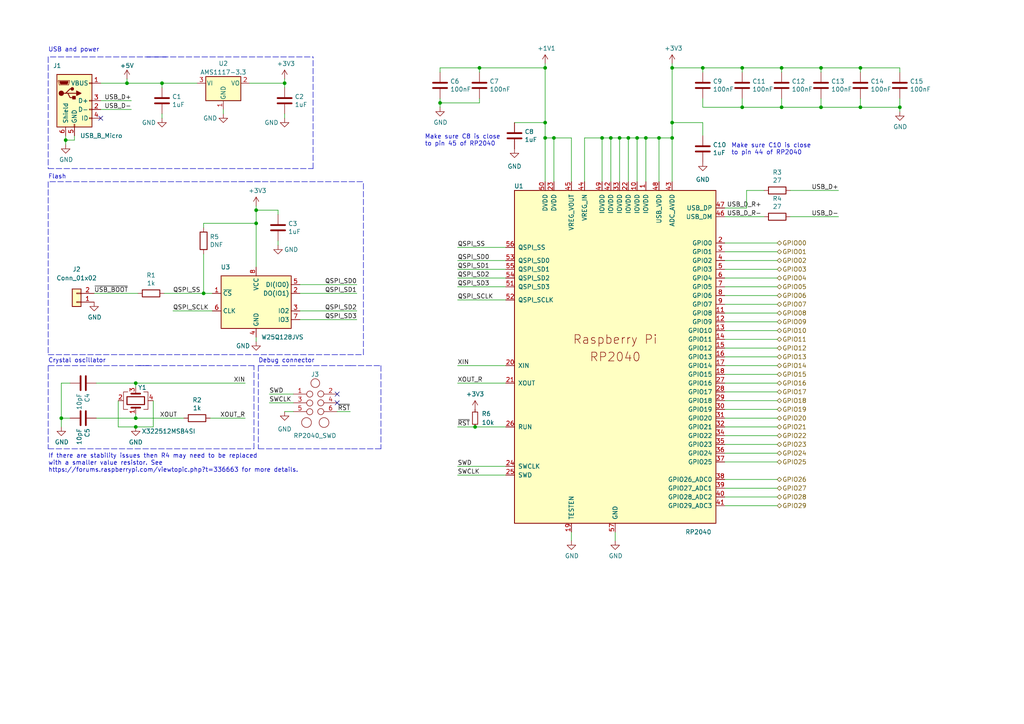
<source format=kicad_sch>
(kicad_sch (version 20211123) (generator eeschema)
  (paper "A4")
  (lib_symbols
    (symbol "Connector:USB_B_Micro" (pin_names (offset 1.016))
      (property "Reference" "J" (at -5.08 11.43 0))
      (property "Value" "USB_B_Micro" (at -5.08 8.89 0))
      (symbol "USB_B_Micro_0_1"
        (rectangle (start -5.08 -7.62) (end 5.08 7.62) (stroke (width 0.254)) (fill (type background)))
        (circle (center -3.81 2.159) (radius 0.635) (stroke (width 0.254)) (fill (type outline)))
        (circle (center -0.635 3.429) (radius 0.381) (stroke (width 0.254)) (fill (type outline)))
        (rectangle (start -0.127 -7.62) (end 0.127 -6.858))
        (polyline (pts (xy -1.905 2.159) (xy 0.635 2.159)) (stroke (width 0.254)))
        (polyline (pts (xy -3.175 2.159) (xy -2.54 2.159) (xy -1.27 3.429) (xy -0.635 3.429)) (stroke (width 0.254)))
        (polyline (pts (xy -2.54 2.159) (xy -1.905 2.159) (xy -1.27 0.889) (xy 0 0.889)) (stroke (width 0.254)))
        (polyline (pts (xy 0.635 2.794) (xy 0.635 1.524) (xy 1.905 2.159) (xy 0.635 2.794)) (stroke (width 0.254)) (fill (type outline)))
        (polyline (pts (xy -4.318 5.588) (xy -1.778 5.588) (xy -2.032 4.826) (xy -4.064 4.826) (xy -4.318 5.588)) (fill (type outline)))
        (polyline (pts (xy -4.699 5.842) (xy -4.699 5.588) (xy -4.445 4.826) (xy -4.445 4.572) (xy -1.651 4.572) (xy -1.651 4.826) (xy -1.397 5.588) (xy -1.397 5.842) (xy -4.699 5.842)))
        (rectangle (start 0.254 1.27) (end -0.508 0.508) (stroke (width 0.254)) (fill (type outline)))
        (rectangle (start 5.08 -5.207) (end 4.318 -4.953))
        (rectangle (start 5.08 -2.667) (end 4.318 -2.413))
        (rectangle (start 5.08 -0.127) (end 4.318 0.127))
        (rectangle (start 5.08 4.953) (end 4.318 5.207))
      )
      (symbol "USB_B_Micro_1_1"
        (pin power_out line (at 7.62 5.08 180) (length 2.54) (name "VBUS") (number "1"))
        (pin bidirectional line (at 7.62 -2.54 180) (length 2.54) (name "D-") (number "2"))
        (pin bidirectional line (at 7.62 0 180) (length 2.54) (name "D+") (number "3"))
        (pin passive line (at 7.62 -5.08 180) (length 2.54) (name "ID") (number "4"))
        (pin power_out line (at 0 -10.16 90) (length 2.54) (name "GND") (number "5"))
        (pin passive line (at -2.54 -10.16 90) (length 2.54) (name "Shield") (number "6"))
      )
    )
    (symbol "Connector_Generic:Conn_01x02" (pin_names (offset 1.016) hide)
      (property "Reference" "J" (at 0 2.54 0))
      (property "Value" "Conn_01x02" (at 0 -5.08 0))
      (symbol "Conn_01x02_1_1"
        (rectangle (start -1.27 -2.413) (end 0 -2.667) (stroke (width 0.1524)))
        (rectangle (start -1.27 0.127) (end 0 -0.127) (stroke (width 0.1524)))
        (rectangle (start -1.27 1.27) (end 1.27 -3.81) (stroke (width 0.254)) (fill (type background)))
        (pin passive line (at -5.08 0 0) (length 3.81) (name "Pin_1") (number "1"))
        (pin passive line (at -5.08 -2.54 0) (length 3.81) (name "Pin_2") (number "2"))
      )
    )
    (symbol "Custom_Symbols:RP2040" (pin_names (offset 1.016))
      (property "Reference" "U" (at -29.21 49.53 0))
      (property "Value" "RP2040" (at 24.13 -49.53 0))
      (symbol "RP2040_0_0"
        (text "Raspberry Pi" (at 0 5.08 0) (effects (font (size 2.54 2.54))))
        (text "RP2040" (at 0 0 0) (effects (font (size 2.54 2.54))))
      )
      (symbol "RP2040_0_1"
        (rectangle (start 29.21 48.26) (end -29.21 -48.26) (stroke (width 0.254)) (fill (type background)))
      )
      (symbol "RP2040_1_1"
        (pin power_in line (at 8.89 50.8 270) (length 2.54) (name "IOVDD") (number "1"))
        (pin power_in line (at 6.35 50.8 270) (length 2.54) (name "IOVDD") (number "10"))
        (pin bidirectional line (at 31.75 12.7 180) (length 2.54) (name "GPIO8") (number "11"))
        (pin bidirectional line (at 31.75 10.16 180) (length 2.54) (name "GPIO9") (number "12"))
        (pin bidirectional line (at 31.75 7.62 180) (length 2.54) (name "GPIO10") (number "13"))
        (pin bidirectional line (at 31.75 5.08 180) (length 2.54) (name "GPIO11") (number "14"))
        (pin bidirectional line (at 31.75 2.54 180) (length 2.54) (name "GPIO12") (number "15"))
        (pin bidirectional line (at 31.75 0 180) (length 2.54) (name "GPIO13") (number "16"))
        (pin bidirectional line (at 31.75 -2.54 180) (length 2.54) (name "GPIO14") (number "17"))
        (pin bidirectional line (at 31.75 -5.08 180) (length 2.54) (name "GPIO15") (number "18"))
        (pin passive line (at -12.7 -50.8 90) (length 2.54) (name "TESTEN") (number "19"))
        (pin bidirectional line (at 31.75 33.02 180) (length 2.54) (name "GPIO0") (number "2"))
        (pin input line (at -31.75 -2.54 0) (length 2.54) (name "XIN") (number "20"))
        (pin passive line (at -31.75 -7.62 0) (length 2.54) (name "XOUT") (number "21"))
        (pin power_in line (at 3.81 50.8 270) (length 2.54) (name "IOVDD") (number "22"))
        (pin power_in line (at -17.78 50.8 270) (length 2.54) (name "DVDD") (number "23"))
        (pin output line (at -31.75 -31.75 0) (length 2.54) (name "SWCLK") (number "24"))
        (pin bidirectional line (at -31.75 -34.29 0) (length 2.54) (name "SWD") (number "25"))
        (pin input line (at -31.75 -20.32 0) (length 2.54) (name "RUN") (number "26"))
        (pin bidirectional line (at 31.75 -7.62 180) (length 2.54) (name "GPIO16") (number "27"))
        (pin bidirectional line (at 31.75 -10.16 180) (length 2.54) (name "GPIO17") (number "28"))
        (pin bidirectional line (at 31.75 -12.7 180) (length 2.54) (name "GPIO18") (number "29"))
        (pin bidirectional line (at 31.75 30.48 180) (length 2.54) (name "GPIO1") (number "3"))
        (pin bidirectional line (at 31.75 -15.24 180) (length 2.54) (name "GPIO19") (number "30"))
        (pin bidirectional line (at 31.75 -17.78 180) (length 2.54) (name "GPIO20") (number "31"))
        (pin bidirectional line (at 31.75 -20.32 180) (length 2.54) (name "GPIO21") (number "32"))
        (pin power_in line (at 1.27 50.8 270) (length 2.54) (name "IOVDD") (number "33"))
        (pin bidirectional line (at 31.75 -22.86 180) (length 2.54) (name "GPIO22") (number "34"))
        (pin bidirectional line (at 31.75 -25.4 180) (length 2.54) (name "GPIO23") (number "35"))
        (pin bidirectional line (at 31.75 -27.94 180) (length 2.54) (name "GPIO24") (number "36"))
        (pin bidirectional line (at 31.75 -30.48 180) (length 2.54) (name "GPIO25") (number "37"))
        (pin bidirectional line (at 31.75 -35.56 180) (length 2.54) (name "GPIO26_ADC0") (number "38"))
        (pin bidirectional line (at 31.75 -38.1 180) (length 2.54) (name "GPIO27_ADC1") (number "39"))
        (pin bidirectional line (at 31.75 27.94 180) (length 2.54) (name "GPIO2") (number "4"))
        (pin bidirectional line (at 31.75 -40.64 180) (length 2.54) (name "GPIO28_ADC2") (number "40"))
        (pin bidirectional line (at 31.75 -43.18 180) (length 2.54) (name "GPIO29_ADC3") (number "41"))
        (pin power_in line (at -1.27 50.8 270) (length 2.54) (name "IOVDD") (number "42"))
        (pin power_in line (at 16.51 50.8 270) (length 2.54) (name "ADC_AVDD") (number "43"))
        (pin power_in line (at -8.89 50.8 270) (length 2.54) (name "VREG_IN") (number "44"))
        (pin power_out line (at -12.7 50.8 270) (length 2.54) (name "VREG_VOUT") (number "45"))
        (pin bidirectional line (at 31.75 40.64 180) (length 2.54) (name "USB_DM") (number "46"))
        (pin bidirectional line (at 31.75 43.18 180) (length 2.54) (name "USB_DP") (number "47"))
        (pin power_in line (at 12.7 50.8 270) (length 2.54) (name "USB_VDD") (number "48"))
        (pin power_in line (at -3.81 50.8 270) (length 2.54) (name "IOVDD") (number "49"))
        (pin bidirectional line (at 31.75 25.4 180) (length 2.54) (name "GPIO3") (number "5"))
        (pin power_in line (at -20.32 50.8 270) (length 2.54) (name "DVDD") (number "50"))
        (pin bidirectional line (at -31.75 20.32 0) (length 2.54) (name "QSPI_SD3") (number "51"))
        (pin output line (at -31.75 16.51 0) (length 2.54) (name "QSPI_SCLK") (number "52"))
        (pin bidirectional line (at -31.75 27.94 0) (length 2.54) (name "QSPI_SD0") (number "53"))
        (pin bidirectional line (at -31.75 22.86 0) (length 2.54) (name "QSPI_SD2") (number "54"))
        (pin bidirectional line (at -31.75 25.4 0) (length 2.54) (name "QSPI_SD1") (number "55"))
        (pin bidirectional line (at -31.75 31.75 0) (length 2.54) (name "QSPI_SS") (number "56"))
        (pin power_in line (at 0 -50.8 90) (length 2.54) (name "GND") (number "57"))
        (pin bidirectional line (at 31.75 22.86 180) (length 2.54) (name "GPIO4") (number "6"))
        (pin bidirectional line (at 31.75 20.32 180) (length 2.54) (name "GPIO5") (number "7"))
        (pin bidirectional line (at 31.75 17.78 180) (length 2.54) (name "GPIO6") (number "8"))
        (pin bidirectional line (at 31.75 15.24 180) (length 2.54) (name "GPIO7") (number "9"))
      )
    )
    (symbol "Custom_Symbols:TC2030-IDC-NL" (pin_names (offset 1.016) hide)
      (property "Reference" "J" (at 0 -8.89 0))
      (property "Value" "TC2030-IDC-NL" (at 0.635 -11.43 0))
      (symbol "TC2030-IDC-NL_0_1"
        (circle (center -2.54 -5.715) (radius 1.4224))
        (circle (center -1.6002 2.54) (radius 0.889))
        (circle (center 0 5.715) (radius 1.27))
      )
      (symbol "TC2030-IDC-NL_1_1"
        (circle (center -1.6002 -2.5908) (radius 0.889))
        (circle (center -1.6002 -0.0508) (radius 0.889))
        (circle (center 1.6002 -2.54) (radius 0.889))
        (circle (center 1.6002 0) (radius 0.889))
        (circle (center 1.6002 2.5908) (radius 0.889))
        (circle (center 2.54 -5.715) (radius 1.4224))
        (pin passive line (at -6.35 2.54 0) (length 3.81) (name "Pin_1") (number "1"))
        (pin passive line (at 6.35 2.54 180) (length 3.81) (name "Pin_2") (number "2"))
        (pin passive line (at -6.35 0 0) (length 3.81) (name "Pin_3") (number "3"))
        (pin passive line (at 6.35 0 180) (length 3.81) (name "Pin_4") (number "4"))
        (pin passive line (at -6.35 -2.54 0) (length 3.81) (name "Pin_5") (number "5"))
        (pin passive line (at 6.35 -2.54 180) (length 3.81) (name "Pin_6") (number "6"))
      )
    )
    (symbol "Device:C" (pin_numbers hide) (pin_names (offset 0.254))
      (property "Reference" "C" (at 0.635 2.54 0))
      (property "Value" "C" (at 0.635 -2.54 0))
      (symbol "C_0_1"
        (polyline (pts (xy -2.032 -0.762) (xy 2.032 -0.762)) (stroke (width 0.508)))
        (polyline (pts (xy -2.032 0.762) (xy 2.032 0.762)) (stroke (width 0.508)))
      )
      (symbol "C_1_1"
        (pin passive line (at 0 3.81 270) (length 2.794) (name "~") (number "1"))
        (pin passive line (at 0 -3.81 90) (length 2.794) (name "~") (number "2"))
      )
    )
    (symbol "Device:Crystal_GND24" (pin_names (offset 1.016) hide)
      (property "Reference" "Y" (at 3.175 5.08 0))
      (property "Value" "Crystal_GND24" (at 3.175 3.175 0))
      (symbol "Crystal_GND24_0_1"
        (rectangle (start -1.143 2.54) (end 1.143 -2.54) (stroke (width 0.3048)))
        (polyline (pts (xy -2.54 0) (xy -2.032 0)))
        (polyline (pts (xy -2.032 -1.27) (xy -2.032 1.27)) (stroke (width 0.508)))
        (polyline (pts (xy 0 -3.81) (xy 0 -3.556)))
        (polyline (pts (xy 0 3.556) (xy 0 3.81)))
        (polyline (pts (xy 2.032 -1.27) (xy 2.032 1.27)) (stroke (width 0.508)))
        (polyline (pts (xy 2.032 0) (xy 2.54 0)))
        (polyline (pts (xy -2.54 -2.286) (xy -2.54 -3.556) (xy 2.54 -3.556) (xy 2.54 -2.286)))
        (polyline (pts (xy -2.54 2.286) (xy -2.54 3.556) (xy 2.54 3.556) (xy 2.54 2.286)))
      )
      (symbol "Crystal_GND24_1_1"
        (pin passive line (at -3.81 0 0) (length 1.27) (name "1") (number "1"))
        (pin passive line (at 0 5.08 270) (length 1.27) (name "2") (number "2"))
        (pin passive line (at 3.81 0 180) (length 1.27) (name "3") (number "3"))
        (pin passive line (at 0 -5.08 90) (length 1.27) (name "4") (number "4"))
      )
    )
    (symbol "Device:R" (pin_numbers hide) (pin_names (offset 0))
      (property "Reference" "R" (at 2.032 0 90))
      (property "Value" "R" (at 0 0 90))
      (symbol "R_0_1"
        (rectangle (start -1.016 -2.54) (end 1.016 2.54) (stroke (width 0.254)))
      )
      (symbol "R_1_1"
        (pin passive line (at 0 3.81 270) (length 1.27) (name "~") (number "1"))
        (pin passive line (at 0 -3.81 90) (length 1.27) (name "~") (number "2"))
      )
    )
    (symbol "Device:R_Small" (pin_numbers hide) (pin_names (offset 0.254) hide)
      (property "Reference" "R" (at 0.762 0.508 0))
      (property "Value" "R_Small" (at 0.762 -1.016 0))
      (symbol "R_Small_0_1"
        (rectangle (start -0.762 1.778) (end 0.762 -1.778) (stroke (width 0.2032)))
      )
      (symbol "R_Small_1_1"
        (pin passive line (at 0 2.54 270) (length 0.762) (name "~") (number "1"))
        (pin passive line (at 0 -2.54 90) (length 0.762) (name "~") (number "2"))
      )
    )
    (symbol "Memory_Flash:W25Q128JVS"
      (property "Reference" "U" (at -8.89 8.89 0))
      (property "Value" "W25Q128JVS" (at 7.62 8.89 0))
      (symbol "W25Q128JVS_0_1"
        (rectangle (start -10.16 7.62) (end 10.16 -7.62) (stroke (width 0.254)) (fill (type background)))
      )
      (symbol "W25Q128JVS_1_1"
        (pin input line (at -12.7 2.54 0) (length 2.54) (name "~{CS}") (number "1"))
        (pin bidirectional line (at 12.7 2.54 180) (length 2.54) (name "DO(IO1)") (number "2"))
        (pin bidirectional line (at 12.7 -2.54 180) (length 2.54) (name "IO2") (number "3"))
        (pin power_in line (at 0 -10.16 90) (length 2.54) (name "GND") (number "4"))
        (pin bidirectional line (at 12.7 5.08 180) (length 2.54) (name "DI(IO0)") (number "5"))
        (pin input line (at -12.7 -2.54 0) (length 2.54) (name "CLK") (number "6"))
        (pin bidirectional line (at 12.7 -5.08 180) (length 2.54) (name "IO3") (number "7"))
        (pin power_in line (at 0 10.16 270) (length 2.54) (name "VCC") (number "8"))
      )
    )
    (symbol "Regulator_Linear:AMS1117-3.3" (pin_names (offset 0.254))
      (property "Reference" "U" (at -3.81 3.175 0))
      (property "Value" "AMS1117-3.3" (at 0 3.175 0))
      (symbol "AMS1117-3.3_0_1"
        (rectangle (start -5.08 -5.08) (end 5.08 1.905) (stroke (width 0.254)) (fill (type background)))
      )
      (symbol "AMS1117-3.3_1_1"
        (pin power_in line (at 0 -7.62 90) (length 2.54) (name "GND") (number "1"))
        (pin power_out line (at 7.62 0 180) (length 2.54) (name "VO") (number "2"))
        (pin power_in line (at -7.62 0 0) (length 2.54) (name "VI") (number "3"))
      )
    )
    (symbol "power:+1V1" (power) (pin_names (offset 0))
      (property "Value" "+1V1" (at 0 3.556 0))
      (symbol "+1V1_0_1"
        (polyline (pts (xy -0.762 1.27) (xy 0 2.54)))
        (polyline (pts (xy 0 0) (xy 0 2.54)))
        (polyline (pts (xy 0 2.54) (xy 0.762 1.27)))
      )
      (symbol "+1V1_1_1"
        (pin power_in line (at 0 0 90) (length 0) hide (name "+1V1") (number "1"))
      )
    )
    (symbol "power:+3V3" (power) (pin_names (offset 0))
      (property "Value" "+3V3" (at 0 3.556 0))
      (symbol "+3V3_0_1"
        (polyline (pts (xy -0.762 1.27) (xy 0 2.54)))
        (polyline (pts (xy 0 0) (xy 0 2.54)))
        (polyline (pts (xy 0 2.54) (xy 0.762 1.27)))
      )
      (symbol "+3V3_1_1"
        (pin power_in line (at 0 0 90) (length 0) hide (name "+3V3") (number "1"))
      )
    )
    (symbol "power:+5V" (power) (pin_names (offset 0))
      (property "Value" "+5V" (at 0 3.556 0))
      (symbol "+5V_0_1"
        (polyline (pts (xy -0.762 1.27) (xy 0 2.54)))
        (polyline (pts (xy 0 0) (xy 0 2.54)))
        (polyline (pts (xy 0 2.54) (xy 0.762 1.27)))
      )
      (symbol "+5V_1_1"
        (pin power_in line (at 0 0 90) (length 0) hide (name "+5V") (number "1"))
      )
    )
    (symbol "power:GND" (power) (pin_names (offset 0))
      (property "Value" "GND" (at 0 -3.81 0))
      (symbol "GND_0_1"
        (polyline (pts (xy 0 0) (xy 0 -1.27) (xy 1.27 -1.27) (xy 0 -2.54) (xy -1.27 -1.27) (xy 0 -1.27)))
      )
      (symbol "GND_1_1"
        (pin power_in line (at 0 0 270) (length 0) hide (name "GND") (number "1"))
      )
    )
  )
  (junction (at 226.695 31.115))
  (junction (at 39.37 111.125))
  (junction (at 158.115 35.56))
  (junction (at 238.125 19.685))
  (junction (at 174.625 40.005))
  (junction (at 249.555 31.115))
  (junction (at 46.99 24.13))
  (junction (at 39.37 121.285))
  (junction (at 260.985 31.115))
  (junction (at 203.835 19.685))
  (junction (at 59.055 85.09))
  (junction (at 127.635 29.845))
  (junction (at 158.115 40.005))
  (junction (at 19.05 40.64))
  (junction (at 160.655 40.005))
  (junction (at 74.295 64.77))
  (junction (at 238.125 31.115))
  (junction (at 82.55 24.13))
  (junction (at 249.555 19.685))
  (junction (at 215.265 19.685))
  (junction (at 194.945 19.685))
  (junction (at 39.37 123.825))
  (junction (at 158.115 19.685))
  (junction (at 177.165 40.005))
  (junction (at 182.245 40.005))
  (junction (at 184.785 40.005))
  (junction (at 226.695 19.685))
  (junction (at 215.265 31.115))
  (junction (at 36.83 24.13))
  (junction (at 74.295 60.96))
  (junction (at 187.325 40.005))
  (junction (at 17.78 121.285))
  (junction (at 191.135 40.005))
  (junction (at 139.065 19.685))
  (junction (at 194.945 35.56))
  (junction (at 137.795 123.825))
  (junction (at 179.705 40.005))
  (junction (at 194.945 40.005))
  (no_connect (at 97.79 114.3))
  (no_connect (at 97.79 116.84))
  (no_connect (at 29.21 34.29))
  (wire (pts (xy 139.065 20.955) (xy 139.065 19.685)))
  (wire (pts (xy 210.185 103.505) (xy 225.425 103.505)))
  (wire (pts (xy 132.715 135.255) (xy 146.685 135.255)))
  (wire (pts (xy 216.535 55.245) (xy 221.615 55.245)))
  (wire (pts (xy 86.995 92.71) (xy 103.505 92.71)))
  (wire (pts (xy 36.83 22.86) (xy 36.83 24.13)))
  (wire (pts (xy 127.635 29.845) (xy 127.635 31.115)))
  (wire (pts (xy 260.985 31.115) (xy 260.985 32.385)))
  (wire (pts (xy 139.065 29.845) (xy 139.065 28.575)))
  (wire (pts (xy 229.235 62.865) (xy 243.205 62.865)))
  (wire (pts (xy 210.185 116.205) (xy 225.425 116.205)))
  (wire (pts (xy 249.555 19.685) (xy 260.985 19.685)))
  (wire (pts (xy 127.635 28.575) (xy 127.635 29.845)))
  (wire (pts (xy 226.695 19.685) (xy 238.125 19.685)))
  (wire (pts (xy 165.735 52.705) (xy 165.735 40.005)))
  (wire (pts (xy 82.55 25.4) (xy 82.55 24.13)))
  (polyline (pts (xy 73.66 130.175) (xy 73.66 106.045)))
  (wire (pts (xy 260.985 28.575) (xy 260.985 31.115)))
  (wire (pts (xy 203.835 28.575) (xy 203.835 31.115)))
  (wire (pts (xy 203.835 31.115) (xy 215.265 31.115)))
  (wire (pts (xy 179.705 40.005) (xy 182.245 40.005)))
  (wire (pts (xy 184.785 40.005) (xy 187.325 40.005)))
  (wire (pts (xy 139.065 19.685) (xy 158.115 19.685)))
  (polyline (pts (xy 42.545 16.51) (xy 90.805 16.51)))
  (wire (pts (xy 82.55 33.02) (xy 82.55 34.29)))
  (polyline (pts (xy 40.005 106.045) (xy 73.66 106.045)))
  (wire (pts (xy 74.295 59.69) (xy 74.295 60.96)))
  (wire (pts (xy 132.715 106.045) (xy 146.685 106.045)))
  (wire (pts (xy 169.545 40.005) (xy 174.625 40.005)))
  (wire (pts (xy 57.15 24.13) (xy 46.99 24.13)))
  (wire (pts (xy 169.545 52.705) (xy 169.545 40.005)))
  (wire (pts (xy 44.45 123.825) (xy 39.37 123.825)))
  (wire (pts (xy 210.185 144.145) (xy 225.425 144.145)))
  (wire (pts (xy 149.225 35.56) (xy 158.115 35.56)))
  (wire (pts (xy 74.295 64.77) (xy 74.295 77.47)))
  (wire (pts (xy 39.37 121.285) (xy 53.34 121.285)))
  (wire (pts (xy 238.125 28.575) (xy 238.125 31.115)))
  (wire (pts (xy 182.245 52.705) (xy 182.245 40.005)))
  (wire (pts (xy 191.135 52.705) (xy 191.135 40.005)))
  (wire (pts (xy 215.265 28.575) (xy 215.265 31.115)))
  (wire (pts (xy 238.125 19.685) (xy 249.555 19.685)))
  (polyline (pts (xy 13.97 106.045) (xy 13.97 130.175)))
  (polyline (pts (xy 74.93 106.045) (xy 101.6 106.045)))
  (wire (pts (xy 226.695 20.955) (xy 226.695 19.685)))
  (wire (pts (xy 39.37 112.395) (xy 39.37 111.125)))
  (wire (pts (xy 127.635 20.955) (xy 127.635 19.685)))
  (wire (pts (xy 20.32 121.285) (xy 17.78 121.285)))
  (wire (pts (xy 210.185 85.725) (xy 225.425 85.725)))
  (wire (pts (xy 210.185 98.425) (xy 225.425 98.425)))
  (wire (pts (xy 82.55 119.38) (xy 85.09 119.38)))
  (wire (pts (xy 132.715 80.645) (xy 146.685 80.645)))
  (wire (pts (xy 19.05 39.37) (xy 19.05 40.64)))
  (wire (pts (xy 203.835 20.955) (xy 203.835 19.685)))
  (wire (pts (xy 132.715 75.565) (xy 146.685 75.565)))
  (wire (pts (xy 72.39 24.13) (xy 82.55 24.13)))
  (wire (pts (xy 210.185 118.745) (xy 225.425 118.745)))
  (polyline (pts (xy 90.805 48.895) (xy 90.805 16.51)))
  (wire (pts (xy 158.115 35.56) (xy 158.115 40.005)))
  (polyline (pts (xy 74.93 106.045) (xy 74.93 130.175)))
  (wire (pts (xy 137.795 123.825) (xy 146.685 123.825)))
  (wire (pts (xy 210.185 80.645) (xy 225.425 80.645)))
  (wire (pts (xy 203.835 19.685) (xy 215.265 19.685)))
  (wire (pts (xy 50.165 90.17) (xy 61.595 90.17)))
  (wire (pts (xy 34.29 123.825) (xy 39.37 123.825)))
  (polyline (pts (xy 110.49 106.045) (xy 110.49 130.175)))
  (wire (pts (xy 249.555 31.115) (xy 260.985 31.115)))
  (wire (pts (xy 178.435 154.305) (xy 178.435 156.845)))
  (wire (pts (xy 132.715 123.825) (xy 137.795 123.825)))
  (wire (pts (xy 29.21 29.21) (xy 38.1 29.21)))
  (polyline (pts (xy 75.565 52.705) (xy 13.97 52.705)))
  (wire (pts (xy 194.945 35.56) (xy 194.945 40.005)))
  (wire (pts (xy 177.165 40.005) (xy 179.705 40.005)))
  (wire (pts (xy 132.715 137.795) (xy 146.685 137.795)))
  (wire (pts (xy 260.985 20.955) (xy 260.985 19.685)))
  (polyline (pts (xy 13.97 130.175) (xy 73.66 130.175)))
  (wire (pts (xy 127.635 19.685) (xy 139.065 19.685)))
  (wire (pts (xy 210.185 123.825) (xy 225.425 123.825)))
  (wire (pts (xy 210.185 100.965) (xy 225.425 100.965)))
  (wire (pts (xy 39.37 111.125) (xy 71.12 111.125)))
  (wire (pts (xy 46.99 33.02) (xy 46.99 34.29)))
  (wire (pts (xy 210.185 141.605) (xy 225.425 141.605)))
  (wire (pts (xy 194.945 40.005) (xy 194.945 52.705)))
  (wire (pts (xy 34.29 116.205) (xy 34.29 123.825)))
  (wire (pts (xy 80.645 60.96) (xy 74.295 60.96)))
  (wire (pts (xy 160.655 40.005) (xy 158.115 40.005)))
  (wire (pts (xy 78.105 116.84) (xy 85.09 116.84)))
  (wire (pts (xy 210.185 73.025) (xy 225.425 73.025)))
  (wire (pts (xy 132.715 83.185) (xy 146.685 83.185)))
  (wire (pts (xy 249.555 20.955) (xy 249.555 19.685)))
  (wire (pts (xy 179.705 52.705) (xy 179.705 40.005)))
  (wire (pts (xy 210.185 108.585) (xy 225.425 108.585)))
  (wire (pts (xy 215.265 20.955) (xy 215.265 19.685)))
  (wire (pts (xy 182.245 40.005) (xy 184.785 40.005)))
  (polyline (pts (xy 13.97 48.895) (xy 90.805 48.895)))
  (wire (pts (xy 210.185 111.125) (xy 225.425 111.125)))
  (polyline (pts (xy 43.18 106.045) (xy 13.97 106.045)))
  (wire (pts (xy 187.325 40.005) (xy 191.135 40.005)))
  (wire (pts (xy 27.94 111.125) (xy 39.37 111.125)))
  (wire (pts (xy 210.185 60.325) (xy 216.535 60.325)))
  (wire (pts (xy 21.59 40.64) (xy 19.05 40.64)))
  (wire (pts (xy 215.265 19.685) (xy 226.695 19.685)))
  (wire (pts (xy 165.735 154.305) (xy 165.735 156.845)))
  (wire (pts (xy 210.185 113.665) (xy 225.425 113.665)))
  (wire (pts (xy 210.185 146.685) (xy 225.425 146.685)))
  (wire (pts (xy 39.37 120.015) (xy 39.37 121.285)))
  (wire (pts (xy 226.695 31.115) (xy 215.265 31.115)))
  (wire (pts (xy 216.535 55.245) (xy 216.535 60.325)))
  (polyline (pts (xy 48.26 16.51) (xy 13.97 16.51)))
  (wire (pts (xy 194.945 35.56) (xy 203.835 35.56)))
  (wire (pts (xy 21.59 39.37) (xy 21.59 40.64)))
  (wire (pts (xy 160.655 52.705) (xy 160.655 40.005)))
  (wire (pts (xy 194.945 19.685) (xy 194.945 35.56)))
  (wire (pts (xy 40.005 85.09) (xy 27.305 85.09)))
  (wire (pts (xy 210.185 93.345) (xy 225.425 93.345)))
  (wire (pts (xy 80.645 69.85) (xy 80.645 71.12)))
  (wire (pts (xy 226.695 28.575) (xy 226.695 31.115)))
  (wire (pts (xy 59.055 85.09) (xy 61.595 85.09)))
  (wire (pts (xy 210.185 128.905) (xy 225.425 128.905)))
  (wire (pts (xy 17.78 111.125) (xy 17.78 121.285)))
  (wire (pts (xy 64.77 31.75) (xy 64.77 33.02)))
  (wire (pts (xy 210.185 131.445) (xy 225.425 131.445)))
  (wire (pts (xy 184.785 52.705) (xy 184.785 40.005)))
  (wire (pts (xy 210.185 70.485) (xy 225.425 70.485)))
  (wire (pts (xy 210.185 78.105) (xy 225.425 78.105)))
  (wire (pts (xy 165.735 40.005) (xy 160.655 40.005)))
  (wire (pts (xy 59.055 73.66) (xy 59.055 85.09)))
  (polyline (pts (xy 105.41 102.87) (xy 105.41 52.705)))
  (wire (pts (xy 132.715 78.105) (xy 146.685 78.105)))
  (wire (pts (xy 20.32 111.125) (xy 17.78 111.125)))
  (wire (pts (xy 29.21 31.75) (xy 38.1 31.75)))
  (wire (pts (xy 29.21 24.13) (xy 36.83 24.13)))
  (wire (pts (xy 97.79 119.38) (xy 101.6 119.38)))
  (wire (pts (xy 86.995 82.55) (xy 103.505 82.55)))
  (wire (pts (xy 127.635 29.845) (xy 139.065 29.845)))
  (wire (pts (xy 47.625 85.09) (xy 59.055 85.09)))
  (wire (pts (xy 19.05 40.64) (xy 19.05 41.91)))
  (wire (pts (xy 44.45 116.205) (xy 44.45 123.825)))
  (wire (pts (xy 59.055 66.04) (xy 59.055 64.77)))
  (wire (pts (xy 191.135 40.005) (xy 194.945 40.005)))
  (wire (pts (xy 210.185 90.805) (xy 225.425 90.805)))
  (polyline (pts (xy 69.215 52.705) (xy 105.41 52.705)))
  (wire (pts (xy 78.105 114.3) (xy 85.09 114.3)))
  (polyline (pts (xy 13.97 52.705) (xy 13.97 102.87)))
  (wire (pts (xy 146.685 86.995) (xy 132.715 86.995)))
  (wire (pts (xy 210.185 62.865) (xy 221.615 62.865)))
  (wire (pts (xy 86.995 85.09) (xy 103.505 85.09)))
  (wire (pts (xy 210.185 83.185) (xy 225.425 83.185)))
  (wire (pts (xy 194.945 19.685) (xy 203.835 19.685)))
  (wire (pts (xy 210.185 75.565) (xy 225.425 75.565)))
  (wire (pts (xy 249.555 31.115) (xy 238.125 31.115)))
  (polyline (pts (xy 13.97 102.87) (xy 105.41 102.87)))
  (wire (pts (xy 80.645 62.23) (xy 80.645 60.96)))
  (wire (pts (xy 174.625 40.005) (xy 177.165 40.005)))
  (wire (pts (xy 59.055 64.77) (xy 74.295 64.77)))
  (polyline (pts (xy 13.97 16.51) (xy 13.97 48.895)))
  (wire (pts (xy 17.78 121.285) (xy 17.78 123.825)))
  (wire (pts (xy 74.295 60.96) (xy 74.295 64.77)))
  (wire (pts (xy 210.185 139.065) (xy 225.425 139.065)))
  (wire (pts (xy 187.325 40.005) (xy 187.325 52.705)))
  (wire (pts (xy 82.55 24.13) (xy 82.55 22.86)))
  (wire (pts (xy 210.185 126.365) (xy 225.425 126.365)))
  (wire (pts (xy 210.185 106.045) (xy 225.425 106.045)))
  (wire (pts (xy 60.96 121.285) (xy 71.12 121.285)))
  (wire (pts (xy 36.83 24.13) (xy 46.99 24.13)))
  (wire (pts (xy 158.115 18.415) (xy 158.115 19.685)))
  (wire (pts (xy 203.835 35.56) (xy 203.835 39.37)))
  (wire (pts (xy 229.235 55.245) (xy 243.205 55.245)))
  (wire (pts (xy 146.685 71.755) (xy 132.715 71.755)))
  (wire (pts (xy 27.94 121.285) (xy 39.37 121.285)))
  (wire (pts (xy 210.185 95.885) (xy 225.425 95.885)))
  (wire (pts (xy 210.185 133.985) (xy 225.425 133.985)))
  (polyline (pts (xy 101.6 106.045) (xy 110.49 106.045)))
  (wire (pts (xy 249.555 28.575) (xy 249.555 31.115)))
  (wire (pts (xy 74.295 97.79) (xy 74.295 99.06)))
  (wire (pts (xy 177.165 52.705) (xy 177.165 40.005)))
  (wire (pts (xy 210.185 121.285) (xy 225.425 121.285)))
  (polyline (pts (xy 74.93 130.175) (xy 101.6 130.175)))
  (wire (pts (xy 158.115 40.005) (xy 158.115 52.705)))
  (wire (pts (xy 238.125 31.115) (xy 226.695 31.115)))
  (wire (pts (xy 86.995 90.17) (xy 103.505 90.17)))
  (wire (pts (xy 194.945 18.415) (xy 194.945 19.685)))
  (wire (pts (xy 158.115 19.685) (xy 158.115 35.56)))
  (polyline (pts (xy 110.49 130.175) (xy 101.6 130.175)))
  (wire (pts (xy 210.185 88.265) (xy 225.425 88.265)))
  (wire (pts (xy 146.685 111.125) (xy 132.715 111.125)))
  (wire (pts (xy 238.125 20.955) (xy 238.125 19.685)))
  (wire (pts (xy 174.625 52.705) (xy 174.625 40.005)))
  (wire (pts (xy 46.99 25.4) (xy 46.99 24.13)))
  (text "Make sure C8 is close\nto pin 45 of RP2040" (at 123.19 42.545 0) (effects (font (size 1.27 1.27)) (justify left bottom)))
  (text "USB and power" (at 13.97 15.24 0) (effects (font (size 1.27 1.27)) (justify left bottom)))
  (text "Make sure C10 is close\nto pin 44 of RP2040" (at 212.09 45.085 0) (effects (font (size 1.27 1.27)) (justify left bottom)))
  (text "Debug connector" (at 74.93 105.41 0) (effects (font (size 1.27 1.27)) (justify left bottom)))
  (text "If there are stability issues then R4 may need to be replaced\nwith a smaller value resistor. See \nhttps://forums.raspberrypi.com/viewtopic.php?t=336663 for more details." (at 13.97 137.16 0) (effects (font (size 1.27 1.27)) (justify left bottom)))
  (text "Flash" (at 13.97 52.07 0) (effects (font (size 1.27 1.27)) (justify left bottom)))
  (text "Crystal oscillator" (at 13.97 105.41 0) (effects (font (size 1.27 1.27)) (justify left bottom)))
  (label "XOUT_R" (at 132.715 111.125 0))
  (label "QSPI_SD1" (at 132.715 78.105 0))
  (label "SWCLK" (at 78.105 116.84 0))
  (label "XOUT" (at 46.355 121.285 0))
  (label "USB_D-" (at 243.205 62.865 180))
  (label "QSPI_SCLK" (at 132.715 86.995 0))
  (label "QSPI_SD0" (at 103.505 82.55 180))
  (label "XIN" (at 132.715 106.045 0))
  (label "QSPI_SD2" (at 103.505 90.17 180))
  (label "SWD" (at 132.715 135.255 0))
  (label "QSPI_SD0" (at 132.715 75.565 0))
  (label "QSPI_SD3" (at 103.505 92.71 180))
  (label "QSPI_SD3" (at 132.715 83.185 0))
  (label "SWD" (at 78.105 114.3 0))
  (label "QSPI_SD1" (at 103.505 85.09 180))
  (label "USB_D_R-" (at 210.82 62.865 0))
  (label "QSPI_SS" (at 132.715 71.755 0))
  (label "~{RST}" (at 101.6 119.38 180))
  (label "QSPI_SCLK" (at 50.165 90.17 0))
  (label "USB_D+" (at 38.1 29.21 180))
  (label "SWCLK" (at 132.715 137.795 0))
  (label "QSPI_SS" (at 50.165 85.09 0))
  (label "QSPI_SD2" (at 132.715 80.645 0))
  (label "USB_D_R+" (at 210.82 60.325 0))
  (label "~{USB_BOOT}" (at 27.305 85.09 0))
  (label "~{RST}" (at 132.715 123.825 0))
  (label "XOUT_R" (at 71.12 121.285 180))
  (label "XIN" (at 71.12 111.125 180))
  (label "USB_D+" (at 243.205 55.245 180))
  (label "USB_D-" (at 38.1 31.75 180))
  (hierarchical_label "GPIO26" (shape bidirectional) (at 225.425 139.065 0))
  (hierarchical_label "GPIO00" (shape bidirectional) (at 225.425 70.485 0))
  (hierarchical_label "GPIO25" (shape bidirectional) (at 225.425 133.985 0))
  (hierarchical_label "GPIO09" (shape bidirectional) (at 225.425 93.345 0))
  (hierarchical_label "GPIO01" (shape bidirectional) (at 225.425 73.025 0))
  (hierarchical_label "GPIO02" (shape bidirectional) (at 225.425 75.565 0))
  (hierarchical_label "GPIO17" (shape bidirectional) (at 225.425 113.665 0))
  (hierarchical_label "GPIO24" (shape bidirectional) (at 225.425 131.445 0))
  (hierarchical_label "GPIO27" (shape bidirectional) (at 225.425 141.605 0))
  (hierarchical_label "GPIO29" (shape bidirectional) (at 225.425 146.685 0))
  (hierarchical_label "GPIO06" (shape bidirectional) (at 225.425 85.725 0))
  (hierarchical_label "GPIO23" (shape bidirectional) (at 225.425 128.905 0))
  (hierarchical_label "GPIO04" (shape bidirectional) (at 225.425 80.645 0))
  (hierarchical_label "GPIO11" (shape bidirectional) (at 225.425 98.425 0))
  (hierarchical_label "GPIO13" (shape bidirectional) (at 225.425 103.505 0))
  (hierarchical_label "GPIO21" (shape bidirectional) (at 225.425 123.825 0))
  (hierarchical_label "GPIO08" (shape bidirectional) (at 225.425 90.805 0))
  (hierarchical_label "GPIO28" (shape bidirectional) (at 225.425 144.145 0))
  (hierarchical_label "GPIO22" (shape bidirectional) (at 225.425 126.365 0))
  (hierarchical_label "GPIO10" (shape bidirectional) (at 225.425 95.885 0))
  (hierarchical_label "GPIO19" (shape bidirectional) (at 225.425 118.745 0))
  (hierarchical_label "GPIO20" (shape bidirectional) (at 225.425 121.285 0))
  (hierarchical_label "GPIO07" (shape bidirectional) (at 225.425 88.265 0))
  (hierarchical_label "GPIO16" (shape bidirectional) (at 225.425 111.125 0))
  (hierarchical_label "GPIO05" (shape bidirectional) (at 225.425 83.185 0))
  (hierarchical_label "GPIO03" (shape bidirectional) (at 225.425 78.105 0))
  (hierarchical_label "GPIO15" (shape bidirectional) (at 225.425 108.585 0))
  (hierarchical_label "GPIO12" (shape bidirectional) (at 225.425 100.965 0))
  (hierarchical_label "GPIO18" (shape bidirectional) (at 225.425 116.205 0))
  (hierarchical_label "GPIO14" (shape bidirectional) (at 225.425 106.045 0))
  (symbol (lib_id "power:+5V") (at 36.83 22.86 0) (unit 1)
    (property "Reference" "#PWR0113" (effects hide))
    (property "Value" "+5V" (at 36.83 19.05 0))
  )
  (symbol (lib_id "power:GND") (at 64.77 33.02 0) (unit 1)
    (property "Reference" "#PWR0110" (effects hide))
    (property "Value" "GND" (at 60.96 34.29 0))
  )
  (symbol (lib_id "power:+1V1") (at 158.115 18.415 0) (unit 1)
    (property "Reference" "#PWR037" (effects hide))
    (property "Value" "+1V1" (at 158.496 14.0208 0))
  )
  (symbol (lib_id "power:GND") (at 178.435 156.845 0) (unit 1)
    (property "Reference" "#PWR039" (effects hide))
    (property "Value" "GND" (at 178.562 161.2392 0))
  )
  (symbol (lib_id "Connector:USB_B_Micro") (at 21.59 29.21 0) (unit 1)
    (property "Reference" "J1" (at 17.78 19.05 0) (effects (justify right)))
    (property "Value" "USB_B_Micro" (at 35.56 39.37 0) (effects (justify right)))
    (property "Footprint" "Custom_Footprints:USB_B_Mini_Amphenol_UE25BE5510H" (effects hide))
  )
  (symbol (lib_id "Device:C") (at 203.835 43.18 0) (unit 1)
    (property "Reference" "C10" (at 206.756 42.0116 0) (effects (justify left)))
    (property "Value" "1uF" (at 206.756 44.323 0) (effects (justify left)))
    (property "Footprint" "Custom_Footprints:Perfect_0402" (effects hide))
    (property "MPN - JLCPCB" "C52923" (effects hide))
  )
  (symbol (lib_id "Device:Crystal_GND24") (at 39.37 116.205 90) (unit 1)
    (property "Reference" "Y1" (at 41.275 112.395 90))
    (property "Value" "X322512MSB4SI" (at 48.895 125.095 90))
    (property "Footprint" "Crystal:Crystal_SMD_3225-4Pin_3.2x2.5mm" (effects hide))
    (property "MPN - JLCPCB" "C9002" (effects hide))
  )
  (symbol (lib_id "Custom_Symbols:TC2030-IDC-NL") (at 91.44 116.84 0) (unit 1)
    (property "Reference" "J3" (at 90.17 108.585 0) (effects (justify left)))
    (property "Value" "RP2040_SWD" (at 85.09 126.365 0) (effects (justify left)))
    (property "Footprint" "Connector:Tag-Connect_TC2030-IDC-NL_2x03_P1.27mm_Vertical" (effects hide))
    (property "Datasheet" "https://www.tag-connect.com/wp-content/uploads/bsk-pdf-manager/2019/12/TC2030-IDC-NL-Datasheet-Rev-B.pdf" (effects hide))
  )
  (symbol (lib_id "Custom_Symbols:RP2040") (at 178.435 103.505 0) (unit 1)
    (property "Reference" "U1" (at 150.495 53.975 0))
    (property "Value" "RP2040" (at 202.565 154.305 0))
    (property "Footprint" "Custom_Footprints:QFN56P40_700X700X90L40X18T310N" (effects hide))
    (property "Datasheet" "https://datasheets.raspberrypi.com/rp2040/rp2040-datasheet.pdf" (effects hide))
    (property "MPN - JLCPCB" "C2040" (effects hide))
  )
  (symbol (lib_id "power:+3V3") (at 137.795 118.745 0) (unit 1)
    (property "Reference" "#PWR02" (effects hide))
    (property "Value" "+3V3" (at 137.795 114.3 0))
  )
  (symbol (lib_id "Device:R") (at 43.815 85.09 270) (unit 1)
    (property "Reference" "R1" (at 43.815 79.8322 90))
    (property "Value" "1k" (at 43.815 82.1436 90))
    (property "Footprint" "Custom_Footprints:Perfect_0402" (effects hide))
    (property "MPN - JLCPCB" "C11702" (effects hide))
  )
  (symbol (lib_id "Device:C") (at 46.99 29.21 0) (unit 1)
    (property "Reference" "C1" (at 49.911 28.0416 0) (effects (justify left)))
    (property "Value" "1uF" (at 49.911 30.353 0) (effects (justify left)))
    (property "Footprint" "Custom_Footprints:Perfect_0402" (effects hide))
    (property "MPN - JLCPCB" "C52923" (effects hide))
  )
  (symbol (lib_id "power:GND") (at 19.05 41.91 0) (unit 1)
    (property "Reference" "#PWR0111" (effects hide))
    (property "Value" "GND" (at 19.177 46.3042 0))
  )
  (symbol (lib_id "power:GND") (at 39.37 123.825 0) (unit 1)
    (property "Reference" "#PWR05" (effects hide))
    (property "Value" "GND" (at 39.37 128.27 0))
  )
  (symbol (lib_id "Device:C") (at 215.265 24.765 0) (unit 1)
    (property "Reference" "C11" (at 218.186 23.5966 0) (effects (justify left)))
    (property "Value" "100nF" (at 218.186 25.908 0) (effects (justify left)))
    (property "Footprint" "Custom_Footprints:Perfect_0402" (effects hide))
    (property "MPN - JLCPCB" "C1525" (effects hide))
  )
  (symbol (lib_id "Device:C") (at 203.835 24.765 0) (unit 1)
    (property "Reference" "C9" (at 206.756 23.5966 0) (effects (justify left)))
    (property "Value" "100nF" (at 206.756 25.908 0) (effects (justify left)))
    (property "Footprint" "Custom_Footprints:Perfect_0402" (effects hide))
    (property "MPN - JLCPCB" "C1525" (effects hide))
  )
  (symbol (lib_id "Device:C") (at 127.635 24.765 0) (unit 1)
    (property "Reference" "C6" (at 130.556 23.5966 0) (effects (justify left)))
    (property "Value" "100nF" (at 130.556 25.908 0) (effects (justify left)))
    (property "Footprint" "Custom_Footprints:Perfect_0402" (effects hide))
    (property "MPN - JLCPCB" "C1525" (effects hide))
  )
  (symbol (lib_id "power:GND") (at 203.835 46.99 0) (unit 1)
    (property "Reference" "#PWR0101" (effects hide))
    (property "Value" "GND" (at 203.835 52.07 0))
  )
  (symbol (lib_id "Device:C") (at 249.555 24.765 0) (unit 1)
    (property "Reference" "C14" (at 252.476 23.5966 0) (effects (justify left)))
    (property "Value" "100nF" (at 252.476 25.908 0) (effects (justify left)))
    (property "Footprint" "Custom_Footprints:Perfect_0402" (effects hide))
    (property "MPN - JLCPCB" "C1525" (effects hide))
  )
  (symbol (lib_id "power:GND") (at 260.985 32.385 0) (unit 1)
    (property "Reference" "#PWR042" (effects hide))
    (property "Value" "GND" (at 261.112 36.7792 0))
  )
  (symbol (lib_id "Device:R") (at 225.425 55.245 270) (unit 1)
    (property "Reference" "R3" (at 225.425 49.9872 90))
    (property "Value" "27" (at 225.425 52.2986 90))
    (property "Footprint" "Resistor_SMD:R_0603_1608Metric" (effects hide))
    (property "MPN - JLCPCB" "C25190" (effects hide))
  )
  (symbol (lib_id "Device:C") (at 139.065 24.765 0) (unit 1)
    (property "Reference" "C7" (at 141.986 23.5966 0) (effects (justify left)))
    (property "Value" "100nF" (at 141.986 25.908 0) (effects (justify left)))
    (property "Footprint" "Custom_Footprints:Perfect_0402" (effects hide))
    (property "MPN - JLCPCB" "C1525" (effects hide))
  )
  (symbol (lib_id "Device:C") (at 238.125 24.765 0) (unit 1)
    (property "Reference" "C13" (at 241.046 23.5966 0) (effects (justify left)))
    (property "Value" "100nF" (at 241.046 25.908 0) (effects (justify left)))
    (property "Footprint" "Custom_Footprints:Perfect_0402" (effects hide))
    (property "MPN - JLCPCB" "C1525" (effects hide))
  )
  (symbol (lib_id "Regulator_Linear:AMS1117-3.3") (at 64.77 24.13 0) (unit 1)
    (property "Reference" "U2" (at 64.77 18.415 0))
    (property "Value" "AMS1117-3.3" (at 64.77 20.955 0))
    (property "Footprint" "Package_TO_SOT_SMD:SOT-223-3_TabPin2" (effects hide))
    (property "Datasheet" "http://www.advanced-monolithic.com/pdf/ds1117.pdf" (effects hide))
    (property "MPN - JLCPCB" "C6186" (effects hide))
  )
  (symbol (lib_id "power:GND") (at 80.645 71.12 0) (unit 1)
    (property "Reference" "#PWR0103" (effects hide))
    (property "Value" "GND" (at 84.455 72.39 0))
  )
  (symbol (lib_id "Device:R") (at 57.15 121.285 270) (unit 1)
    (property "Reference" "R2" (at 57.15 116.0272 90))
    (property "Value" "1k" (at 57.15 118.3386 90))
    (property "Footprint" "Custom_Footprints:Perfect_0402" (effects hide))
    (property "MPN - JLCPCB" "C11702" (effects hide))
  )
  (symbol (lib_id "Device:R_Small") (at 137.795 121.285 0) (unit 1)
    (property "Reference" "R6" (at 139.7 120.0149 0) (effects (justify left)))
    (property "Value" "10k" (at 139.7 122.5549 0) (effects (justify left)))
    (property "Footprint" "Custom_Footprints:Perfect_0402" (effects hide))
    (property "MPN - JLCPCB" "C25744" (effects hide))
  )
  (symbol (lib_id "power:GND") (at 82.55 34.29 0) (unit 1)
    (property "Reference" "#PWR034" (effects hide))
    (property "Value" "GND" (at 78.74 35.56 0))
  )
  (symbol (lib_id "Device:C") (at 82.55 29.21 0) (unit 1)
    (property "Reference" "C2" (at 85.471 28.0416 0) (effects (justify left)))
    (property "Value" "1uF" (at 85.471 30.353 0) (effects (justify left)))
    (property "Footprint" "Custom_Footprints:Perfect_0402" (effects hide))
    (property "MPN - JLCPCB" "C52923" (effects hide))
  )
  (symbol (lib_id "Memory_Flash:W25Q128JVS") (at 74.295 87.63 0) (unit 1)
    (property "Reference" "U3" (at 65.405 77.47 0))
    (property "Value" "W25Q128JVS" (at 81.915 97.79 0))
    (property "Footprint" "Package_SO:SOIC-8_5.23x5.23mm_P1.27mm" (effects hide))
    (property "Datasheet" "http://www.winbond.com/resource-files/w25q128jv_dtr%20revc%2003272018%20plus.pdf" (effects hide))
    (property "MPN - JLCPCB" "C97521" (effects hide))
  )
  (symbol (lib_id "Device:C") (at 24.13 121.285 270) (unit 1)
    (property "Reference" "C5" (at 25.2984 124.206 0) (effects (justify left)))
    (property "Value" "10pF" (at 22.987 124.206 0) (effects (justify left)))
    (property "Footprint" "Custom_Footprints:Perfect_0402" (effects hide))
    (property "MPN - JLCPCB" "C32949" (effects hide))
  )
  (symbol (lib_id "power:GND") (at 165.735 156.845 0) (unit 1)
    (property "Reference" "#PWR038" (effects hide))
    (property "Value" "GND" (at 165.862 161.2392 0))
  )
  (symbol (lib_id "power:GND") (at 127.635 31.115 0) (unit 1)
    (property "Reference" "#PWR0102" (effects hide))
    (property "Value" "GND" (at 127.762 35.5092 0))
  )
  (symbol (lib_id "Device:C") (at 260.985 24.765 0) (unit 1)
    (property "Reference" "C15" (at 263.906 23.5966 0) (effects (justify left)))
    (property "Value" "100nF" (at 263.906 25.908 0) (effects (justify left)))
    (property "Footprint" "Custom_Footprints:Perfect_0402" (effects hide))
    (property "MPN - JLCPCB" "C1525" (effects hide))
  )
  (symbol (lib_id "Device:C") (at 226.695 24.765 0) (unit 1)
    (property "Reference" "C12" (at 229.616 23.5966 0) (effects (justify left)))
    (property "Value" "100nF" (at 229.616 25.908 0) (effects (justify left)))
    (property "Footprint" "Custom_Footprints:Perfect_0402" (effects hide))
    (property "MPN - JLCPCB" "C1525" (effects hide))
  )
  (symbol (lib_id "power:GND") (at 27.305 87.63 0) (unit 1)
    (property "Reference" "#PWR0105" (effects hide))
    (property "Value" "GND" (at 27.432 92.0242 0))
  )
  (symbol (lib_id "power:GND") (at 46.99 34.29 0) (unit 1)
    (property "Reference" "#PWR0108" (effects hide))
    (property "Value" "GND" (at 43.18 35.56 0))
  )
  (symbol (lib_id "power:GND") (at 149.225 43.18 0) (unit 1)
    (property "Reference" "#PWR0107" (effects hide))
    (property "Value" "GND" (at 149.225 48.26 0))
  )
  (symbol (lib_id "power:+3V3") (at 74.295 59.69 0) (unit 1)
    (property "Reference" "#PWR0106" (effects hide))
    (property "Value" "+3V3" (at 74.676 55.2958 0))
  )
  (symbol (lib_id "Connector_Generic:Conn_01x02") (at 22.225 87.63 180) (unit 1)
    (property "Reference" "J2" (at 22.225 78.105 0))
    (property "Value" "Conn_01x02" (at 22.225 80.645 0))
    (property "Footprint" "Connector_PinHeader_2.54mm:PinHeader_1x02_P2.54mm_Vertical" (effects hide))
  )
  (symbol (lib_id "power:+3V3") (at 194.945 18.415 0) (unit 1)
    (property "Reference" "#PWR040" (effects hide))
    (property "Value" "+3V3" (at 195.326 14.0208 0))
  )
  (symbol (lib_id "power:GND") (at 17.78 123.825 0) (unit 1)
    (property "Reference" "#PWR01" (effects hide))
    (property "Value" "GND" (at 17.907 128.2192 0))
  )
  (symbol (lib_id "Device:C") (at 80.645 66.04 0) (unit 1)
    (property "Reference" "C3" (at 83.566 64.8716 0) (effects (justify left)))
    (property "Value" "1uF" (at 83.566 67.183 0) (effects (justify left)))
    (property "Footprint" "Custom_Footprints:Perfect_0402" (effects hide))
    (property "MPN - JLCPCB" "C52923" (effects hide))
  )
  (symbol (lib_id "power:+3V3") (at 82.55 22.86 0) (unit 1)
    (property "Reference" "#PWR0109" (effects hide))
    (property "Value" "+3V3" (at 82.931 18.4658 0))
  )
  (symbol (lib_id "Device:R") (at 225.425 62.865 270) (unit 1)
    (property "Reference" "R4" (at 225.425 57.6072 90))
    (property "Value" "27" (at 225.425 59.9186 90))
    (property "Footprint" "Resistor_SMD:R_0603_1608Metric" (effects hide))
    (property "MPN - JLCPCB" "C25190" (effects hide))
  )
  (symbol (lib_id "power:GND") (at 82.55 119.38 0) (unit 1)
    (property "Reference" "#PWR0116" (effects hide))
    (property "Value" "GND" (at 82.55 124.46 0))
  )
  (symbol (lib_id "Device:C") (at 149.225 39.37 0) (unit 1)
    (property "Reference" "C8" (at 152.146 38.2016 0) (effects (justify left)))
    (property "Value" "1uF" (at 152.146 40.513 0) (effects (justify left)))
    (property "Footprint" "Custom_Footprints:Perfect_0402" (effects hide))
    (property "MPN - JLCPCB" "C52923" (effects hide))
  )
  (symbol (lib_id "power:GND") (at 74.295 99.06 0) (unit 1)
    (property "Reference" "#PWR0104" (effects hide))
    (property "Value" "GND" (at 70.485 100.33 0))
  )
  (symbol (lib_id "Device:C") (at 24.13 111.125 270) (unit 1)
    (property "Reference" "C4" (at 25.2984 114.046 0) (effects (justify left)))
    (property "Value" "10pF" (at 22.987 114.046 0) (effects (justify left)))
    (property "Footprint" "Custom_Footprints:Perfect_0402" (effects hide))
    (property "MPN - JLCPCB" "C32949" (effects hide))
  )
  (symbol (lib_id "Device:R") (at 59.055 69.85 0) (unit 1)
    (property "Reference" "R5" (at 60.833 68.6816 0) (effects (justify left)))
    (property "Value" "DNF" (at 60.833 70.993 0) (effects (justify left)))
    (property "Footprint" "Resistor_SMD:R_1206_3216Metric_Pad1.30x1.75mm_HandSolder" (effects hide))
  )
)
</source>
